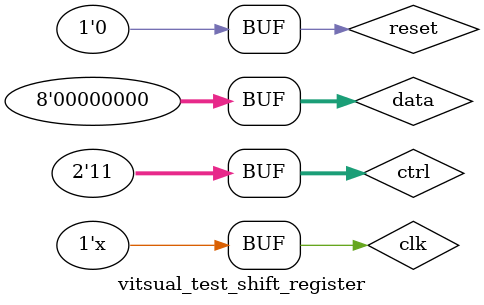
<source format=v>
`timescale 1ns / 1ps


module vitsual_test_shift_register;

	// Inputs
	reg clk;
	reg reset;
	reg [1:0] ctrl;
	reg [7:0] data;

	// Outputs
	wire [7:0] q_reg;

	// Instantiate the Unit Under Test (UUT)
	shift_register uut (
		.clk(clk), 
		.reset(reset), 
		.ctrl(ctrl), 
		.data(data), 
		.q_reg(q_reg)
	);

	initial begin
		// Initialize Inputs
		clk = 0;
		reset = 0;
		ctrl = 0;
		data = 0;
		// Wait 100 ns for global reset to finish
		#50;
		for ( data = 1; data <= 255; data = data + 1)
		begin
		reset = 1;
		#10;
		reset = 0;
		#100;
		ctrl = 2'b00;
		#100;
		ctrl = 2'b01;
		#100;
		ctrl = 2'b10;
		#100;
		ctrl = 2'b11;
		end
		// Add stimulus here
		#100;
	end 
 always 
   begin
  #5;
   clk = ~clk;
	end
endmodule



</source>
